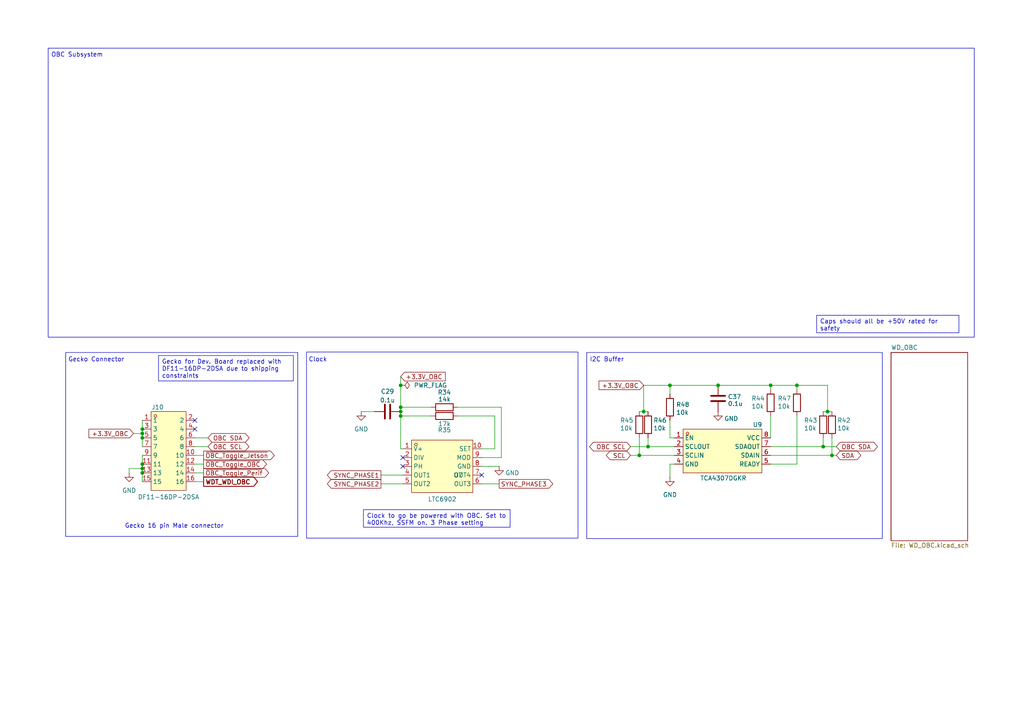
<source format=kicad_sch>
(kicad_sch (version 20250114) (generator "eeschema") (generator_version "9.0")
  (paper "A4")
  (lib_symbols
    (symbol "Device:C" (pin_numbers (hide yes)) (pin_names (offset 0.254))
      (property "Reference" "C" (at 0.635 2.54 0))
      (property "Value" "C" (at 0.635 -2.54 0))
      (symbol "C_0_1"
        (polyline (pts (xy -2.032 0.762) (xy 2.032 0.762)) (stroke (width 0.508)))
        (polyline (pts (xy -2.032 -0.762) (xy 2.032 -0.762)) (stroke (width 0.508)))
      )
      (symbol "C_1_1"
        (pin passive line (at 0 3.81 270) (length 2.794) (name "~") (number "1"))
        (pin passive line (at 0 -3.81 90) (length 2.794) (name "~") (number "2"))
      )
    )
    (symbol "Device:R" (pin_numbers (hide yes)) (pin_names (offset 0))
      (property "Reference" "R" (at 2.032 0 90))
      (property "Value" "R" (at 0 0 90))
      (symbol "R_0_1"
        (rectangle (start -1.016 -2.54) (end 1.016 2.54) (stroke (width 0.254)))
      )
      (symbol "R_1_1"
        (pin passive line (at 0 3.81 270) (length 1.27) (name "~") (number "1"))
        (pin passive line (at 0 -3.81 90) (length 1.27) (name "~") (number "2"))
      )
    )
    (symbol "EPS:DF11-16DP-2DSA(08)"
      (property "Reference" "CN" (at 0 13.97 0))
      (property "Value" "DF11-16DP-2DSA(08)" (at 0 -13.97 0))
      (symbol "DF11-16DP-2DSA(08)_0_1"
        (rectangle (start -5.08 11.43) (end 5.08 -11.43) (fill (type background)))
        (circle (center -3.81 10.16) (radius 0.38))
        (pin unspecified line (at -7.62 8.89 0) (length 2.54) (name "1") (number "1"))
        (pin unspecified line (at -7.62 6.35 0) (length 2.54) (name "3") (number "3"))
        (pin unspecified line (at -7.62 3.81 0) (length 2.54) (name "5") (number "5"))
        (pin unspecified line (at -7.62 1.27 0) (length 2.54) (name "7") (number "7"))
        (pin unspecified line (at -7.62 -1.27 0) (length 2.54) (name "9") (number "9"))
        (pin unspecified line (at -7.62 -3.81 0) (length 2.54) (name "11") (number "11"))
        (pin unspecified line (at -7.62 -6.35 0) (length 2.54) (name "13") (number "13"))
        (pin unspecified line (at -7.62 -8.89 0) (length 2.54) (name "15") (number "15"))
        (pin unspecified line (at 7.62 8.89 180) (length 2.54) (name "2") (number "2"))
        (pin unspecified line (at 7.62 6.35 180) (length 2.54) (name "4") (number "4"))
        (pin unspecified line (at 7.62 3.81 180) (length 2.54) (name "6") (number "6"))
        (pin unspecified line (at 7.62 1.27 180) (length 2.54) (name "8") (number "8"))
        (pin unspecified line (at 7.62 -1.27 180) (length 2.54) (name "10") (number "10"))
        (pin unspecified line (at 7.62 -3.81 180) (length 2.54) (name "12") (number "12"))
        (pin unspecified line (at 7.62 -6.35 180) (length 2.54) (name "14") (number "14"))
        (pin unspecified line (at 7.62 -8.89 180) (length 2.54) (name "16") (number "16"))
      )
    )
    (symbol "EPS:LTC6902IMS#TRPBF"
      (property "Reference" "U" (at 0 10.16 0))
      (property "Value" "LTC6902IMS#TRPBF" (at 0 -10.16 0))
      (symbol "LTC6902IMS#TRPBF_0_1"
        (rectangle (start -8.89 7.62) (end 8.89 -7.62) (fill (type background)))
        (circle (center -7.62 6.35) (radius 0.38))
        (pin unspecified line (at -11.43 5.08 0) (length 2.54) (name "V+") (number "1"))
        (pin unspecified line (at -11.43 2.54 0) (length 2.54) (name "DIV") (number "2"))
        (pin unspecified line (at -11.43 0 0) (length 2.54) (name "PH") (number "3"))
        (pin unspecified line (at -11.43 -2.54 0) (length 2.54) (name "OUT1") (number "4"))
        (pin unspecified line (at -11.43 -5.08 0) (length 2.54) (name "OUT2") (number "5"))
        (pin unspecified line (at 11.43 5.08 180) (length 2.54) (name "SET") (number "10"))
        (pin unspecified line (at 11.43 2.54 180) (length 2.54) (name "MOD") (number "9"))
        (pin unspecified line (at 11.43 0 180) (length 2.54) (name "GND") (number "8"))
        (pin unspecified line (at 11.43 -2.54 180) (length 2.54) (name "OUT4") (number "7"))
        (pin unspecified line (at 11.43 -5.08 180) (length 2.54) (name "OUT3") (number "6"))
      )
    )
    (symbol "EPS:TCA4307DGKR"
      (property "Reference" "U" (at 0 8.89 0))
      (property "Value" "TCA4307DGKR" (at 0 -8.89 0))
      (symbol "TCA4307DGKR_0_1"
        (rectangle (start -11.43 6.35) (end 11.43 -6.35) (fill (type background)))
        (circle (center -10.16 5.08) (radius 0.38))
        (pin unspecified line (at -13.97 3.81 0) (length 2.54) (name "EN") (number "1"))
        (pin unspecified line (at -13.97 1.27 0) (length 2.54) (name "SCLOUT") (number "2"))
        (pin unspecified line (at -13.97 -1.27 0) (length 2.54) (name "SCLIN") (number "3"))
        (pin unspecified line (at -13.97 -3.81 0) (length 2.54) (name "GND") (number "4"))
        (pin unspecified line (at 13.97 3.81 180) (length 2.54) (name "VCC") (number "8"))
        (pin unspecified line (at 13.97 1.27 180) (length 2.54) (name "SDAOUT") (number "7"))
        (pin unspecified line (at 13.97 -1.27 180) (length 2.54) (name "SDAIN") (number "6"))
        (pin unspecified line (at 13.97 -3.81 180) (length 2.54) (name "READY") (number "5"))
      )
    )
    (symbol "power:GND" (power) (pin_numbers (hide yes)) (pin_names (offset 0) (hide yes))
      (property "Value" "GND" (at 0 -3.81 0))
      (symbol "GND_0_1"
        (polyline (pts (xy 0 0) (xy 0 -1.27) (xy 1.27 -1.27) (xy 0 -2.54) (xy -1.27 -1.27) (xy 0 -1.27)))
      )
      (symbol "GND_1_1"
        (pin power_in line (at 0 0 270) (length 0) (name "~") (number "1"))
      )
    )
    (symbol "power:PWR_FLAG" (power) (pin_numbers (hide yes)) (pin_names (offset 0) (hide yes))
      (property "Value" "PWR_FLAG" (at 0 3.81 0))
      (symbol "PWR_FLAG_0_0"
        (pin power_out line (at 0 0 90) (length 0) (name "~") (number "1"))
      )
      (symbol "PWR_FLAG_0_1"
        (polyline (pts (xy 0 0) (xy 0 1.27) (xy -1.016 1.905) (xy 0 2.54) (xy 1.016 1.905) (xy 0 1.27)))
      )
    )
  )
  (rectangle (start 13.97 13.97) (end 282.575 97.79))
  (rectangle (start 88.9 102.108) (end 167.64 156.083))
  (rectangle (start 170.18 102.235) (end 255.905 156.21))
  (rectangle (start 19.05 102.235) (end 86.36 155.575))
  (text "Clock\n" (at 92.202 104.394 0) (effects (font (size 1.27 1.27))))
  (text "OBC Subsystem" (at 22.352 16.002 0) (effects (font (size 1.27 1.27))))
  (text "I2C Buffer" (at 176.022 104.394 0) (effects (font (size 1.27 1.27))))
  (text "Gecko Connector" (at 27.94 104.394 0) (effects (font (size 1.27 1.27))))
  (text "Gecko 16 pin Male connector" (at 50.546 152.654 0) (effects (font (size 1.27 1.27))))
  (text_box "Caps should all be +50V rated for safety" (at 236.855 91.44 0) (size 41.275 5.08) (margins 0.9525 0.9525 0.9525 0.9525) (effects (font (size 1.27 1.27)) (justify left top)))
  (text_box "Gecko for Dev. Board replaced with DF11-16DP-2DSA due to shipping constraints" (at 45.974 103.124 0) (size 39.116 7.366) (margins 0.9525 0.9525 0.9525 0.9525) (effects (font (size 1.27 1.27)) (justify left top)))
  (text_box "Clock to go be powered with OBC. Set to 400Khz, SSFM on. 3 Phase setting" (at 105.41 147.828 0) (size 42.545 5.08) (margins 0.9525 0.9525 0.9525 0.9525) (effects (font (size 1.27 1.27)) (justify left top)))
  (junction (at 41.275 124.46))
  (junction (at 41.275 125.73))
  (junction (at 208.28 111.76))
  (junction (at 116.205 119.38))
  (junction (at 187.96 129.54))
  (junction (at 240.03 119.38))
  (junction (at 41.275 134.62))
  (junction (at 231.14 111.76))
  (junction (at 185.42 132.08))
  (junction (at 41.275 127))
  (junction (at 41.275 135.89))
  (junction (at 223.52 111.76))
  (junction (at 116.205 120.65))
  (junction (at 241.3 132.08))
  (junction (at 41.275 137.16))
  (junction (at 238.76 129.54))
  (junction (at 116.205 111.76))
  (junction (at 116.205 118.11))
  (junction (at 194.31 111.76))
  (junction (at 186.69 119.38))
  (no_connect (at 139.7 137.795))
  (no_connect (at 56.515 124.46))
  (no_connect (at 116.84 132.715))
  (no_connect (at 116.84 135.255))
  (no_connect (at 56.515 121.92))
  (wire (pts (xy 182.88 129.54) (xy 187.96 129.54)))
  (wire (pts (xy 240.03 111.76) (xy 240.03 119.38)))
  (wire (pts (xy 194.31 138.43) (xy 194.31 134.62)))
  (wire (pts (xy 56.515 134.62) (xy 59.055 134.62)))
  (wire (pts (xy 116.205 118.11) (xy 125.095 118.11)))
  (wire (pts (xy 41.275 134.62) (xy 41.275 135.89)))
  (wire (pts (xy 186.69 119.38) (xy 187.96 119.38)))
  (wire (pts (xy 132.715 120.65) (xy 143.51 120.65)))
  (wire (pts (xy 143.51 130.175) (xy 139.7 130.175)))
  (wire (pts (xy 144.78 135.255) (xy 139.7 135.255)))
  (wire (pts (xy 41.275 127) (xy 41.275 129.54)))
  (wire (pts (xy 116.205 120.65) (xy 116.205 119.38)))
  (wire (pts (xy 41.275 137.16) (xy 41.275 139.7)))
  (wire (pts (xy 37.465 135.89) (xy 41.275 135.89)))
  (wire (pts (xy 241.3 127) (xy 241.3 132.08)))
  (wire (pts (xy 194.31 111.76) (xy 208.28 111.76)))
  (wire (pts (xy 187.96 129.54) (xy 195.58 129.54)))
  (wire (pts (xy 56.515 137.16) (xy 59.055 137.16)))
  (wire (pts (xy 108.585 119.38) (xy 104.775 119.38)))
  (wire (pts (xy 194.31 121.92) (xy 194.31 127)))
  (wire (pts (xy 238.76 127) (xy 238.76 129.54)))
  (wire (pts (xy 185.42 132.08) (xy 195.58 132.08)))
  (wire (pts (xy 194.31 111.76) (xy 194.31 114.3)))
  (wire (pts (xy 110.49 140.335) (xy 116.84 140.335)))
  (wire (pts (xy 139.7 140.335) (xy 144.78 140.335)))
  (wire (pts (xy 145.415 118.11) (xy 145.415 132.715)))
  (wire (pts (xy 223.52 113.03) (xy 223.52 111.76)))
  (wire (pts (xy 194.31 134.62) (xy 195.58 134.62)))
  (wire (pts (xy 240.03 119.38) (xy 241.3 119.38)))
  (wire (pts (xy 185.42 119.38) (xy 186.69 119.38)))
  (wire (pts (xy 56.515 139.7) (xy 59.055 139.7)))
  (wire (pts (xy 195.58 127) (xy 194.31 127)))
  (wire (pts (xy 41.275 132.08) (xy 41.275 134.62)))
  (wire (pts (xy 116.205 111.76) (xy 116.205 118.11)))
  (wire (pts (xy 240.03 119.38) (xy 238.76 119.38)))
  (wire (pts (xy 116.205 120.65) (xy 116.205 130.175)))
  (wire (pts (xy 208.28 111.76) (xy 223.52 111.76)))
  (wire (pts (xy 231.14 120.65) (xy 231.14 134.62)))
  (wire (pts (xy 56.515 127) (xy 60.325 127)))
  (wire (pts (xy 223.52 134.62) (xy 231.14 134.62)))
  (wire (pts (xy 41.275 125.73) (xy 41.275 127)))
  (wire (pts (xy 223.52 111.76) (xy 231.14 111.76)))
  (wire (pts (xy 41.275 124.46) (xy 41.275 125.73)))
  (wire (pts (xy 56.515 132.08) (xy 59.055 132.08)))
  (wire (pts (xy 223.52 132.08) (xy 241.3 132.08)))
  (wire (pts (xy 182.88 132.08) (xy 185.42 132.08)))
  (wire (pts (xy 223.52 120.65) (xy 223.52 127)))
  (wire (pts (xy 132.715 118.11) (xy 145.415 118.11)))
  (wire (pts (xy 231.14 111.76) (xy 240.03 111.76)))
  (wire (pts (xy 145.415 132.715) (xy 139.7 132.715)))
  (wire (pts (xy 185.42 127) (xy 185.42 132.08)))
  (wire (pts (xy 56.515 129.54) (xy 60.325 129.54)))
  (wire (pts (xy 110.49 137.795) (xy 116.84 137.795)))
  (wire (pts (xy 38.735 125.73) (xy 41.275 125.73)))
  (wire (pts (xy 241.3 132.08) (xy 242.57 132.08)))
  (wire (pts (xy 223.52 129.54) (xy 238.76 129.54)))
  (wire (pts (xy 186.69 111.76) (xy 194.31 111.76)))
  (wire (pts (xy 231.14 111.76) (xy 231.14 113.03)))
  (wire (pts (xy 187.96 127) (xy 187.96 129.54)))
  (wire (pts (xy 186.69 111.76) (xy 186.69 119.38)))
  (wire (pts (xy 125.095 120.65) (xy 116.205 120.65)))
  (wire (pts (xy 37.465 137.16) (xy 37.465 135.89)))
  (wire (pts (xy 116.205 130.175) (xy 116.84 130.175)))
  (wire (pts (xy 116.205 119.38) (xy 116.205 118.11)))
  (wire (pts (xy 238.76 129.54) (xy 242.57 129.54)))
  (wire (pts (xy 41.275 121.92) (xy 41.275 124.46)))
  (wire (pts (xy 143.51 120.65) (xy 143.51 130.175)))
  (wire (pts (xy 41.275 135.89) (xy 41.275 137.16)))
  (wire (pts (xy 116.205 109.22) (xy 116.205 111.76)))
  (global_label "SCL" (shape bidirectional) (at 182.88 132.08 180) (property "Intersheetrefs" "${INTERSHEET_REFS}" (effects (hide yes))))
  (global_label "SYNC_PHASE1" (shape output) (at 110.49 137.795 180) (property "Intersheetrefs" "${INTERSHEET_REFS}" (effects (hide yes))))
  (global_label "~{OBC_Toggle_Jetson}" (shape output) (at 59.055 132.08 0) (property "Intersheetrefs" "${INTERSHEET_REFS}" (effects (hide yes))))
  (global_label "~{OBC_Toggle_OBC}" (shape output) (at 59.055 134.62 0) (property "Intersheetrefs" "${INTERSHEET_REFS}" (effects (hide yes))))
  (global_label "+3.3V_OBC" (shape input) (at 38.735 125.73 180) (property "Intersheetrefs" "${INTERSHEET_REFS}" (effects (hide yes))))
  (global_label "WDT_WDI_OBC" (shape output) (at 59.055 139.7 0) (effects (font (thickness 0.254) (bold yes))) (property "Intersheetrefs" "${INTERSHEET_REFS}" (effects (hide yes))))
  (global_label "SDA" (shape bidirectional) (at 242.57 132.08 0) (property "Intersheetrefs" "${INTERSHEET_REFS}" (effects (hide yes))))
  (global_label "OBC SCL" (shape bidirectional) (at 182.88 129.54 180) (property "Intersheetrefs" "${INTERSHEET_REFS}" (effects (hide yes))))
  (global_label "+3.3V_OBC" (shape input) (at 116.205 109.22 0) (property "Intersheetrefs" "${INTERSHEET_REFS}" (effects (hide yes))))
  (global_label "SYNC_PHASE2" (shape output) (at 110.49 140.335 180) (property "Intersheetrefs" "${INTERSHEET_REFS}" (effects (hide yes))))
  (global_label "+3.3V_OBC" (shape input) (at 186.69 111.76 180) (property "Intersheetrefs" "${INTERSHEET_REFS}" (effects (hide yes))))
  (global_label "SYNC_PHASE3" (shape output) (at 144.78 140.335 0) (property "Intersheetrefs" "${INTERSHEET_REFS}" (effects (hide yes))))
  (global_label "~{OBC_Toggle_Perif}" (shape output) (at 59.055 137.16 0) (property "Intersheetrefs" "${INTERSHEET_REFS}" (effects (hide yes))))
  (global_label "OBC SDA" (shape bidirectional) (at 60.325 127 0) (property "Intersheetrefs" "${INTERSHEET_REFS}" (effects (hide yes))))
  (global_label "OBC SDA" (shape bidirectional) (at 242.57 129.54 0) (property "Intersheetrefs" "${INTERSHEET_REFS}" (effects (hide yes))))
  (global_label "OBC SCL" (shape bidirectional) (at 60.325 129.54 0) (property "Intersheetrefs" "${INTERSHEET_REFS}" (effects (hide yes))))
  (symbol (lib_id "Device:R") (at 187.96 123.19 0) (unit 1)
    (property "Reference" "R46" (at 189.484 121.92 0) (effects (justify left)))
    (property "Value" "10k" (at 189.484 124.206 0) (effects (justify left)))
    (property "Footprint" "Resistor_SMD:R_0603_1608Metric" (effects (hide yes)))
    (property "Description" "Resistor" (effects (hide yes)))
  )
  (symbol (lib_id "EPS:TCA4307DGKR") (at 209.55 130.81 0) (unit 1)
    (property "Reference" "U9" (at 219.71 123.19 0))
    (property "Value" "TCA4307DGKR" (at 209.804 138.684 0))
    (property "Footprint" "EPS:VSSOP-8_L3.0-W3.0-P0.65-LS4.9-BL" (effects (hide yes)))
    (property "Datasheet" "https://www.ti.com/lit/ds/symlink/tca4307.pdf?HQS=dis-dk-null-digikeymode-dsf-pf-null-wwe&ts=1748374607055&ref_url=https%253A%252F%252Fwww.ti.com%252Fgeneral%252Fdocs%252Fsuppproductinfo.tsp%253FdistId%253D10%2526gotoUrl%253Dhttps%253A%252F%252Fwww.ti.com%252Flit%252Fgpn%252Ftca4307" (effects (hide yes)))
    (property "Description" "I2C Buffer" (effects (hide yes)))
    (property "LCSC Part" "C880333" (effects (hide yes)))
  )
  (symbol (lib_id "Device:R") (at 185.42 123.19 0) (unit 1)
    (property "Reference" "R45" (at 179.832 121.92 0) (effects (justify left)))
    (property "Value" "10k" (at 179.832 124.206 0) (effects (justify left)))
    (property "Footprint" "Resistor_SMD:R_0603_1608Metric" (effects (hide yes)))
    (property "Description" "Resistor" (effects (hide yes)))
  )
  (symbol (lib_id "Device:R") (at 241.3 123.19 0) (unit 1)
    (property "Reference" "R42" (at 242.824 121.92 0) (effects (justify left)))
    (property "Value" "10k" (at 242.824 124.206 0) (effects (justify left)))
    (property "Footprint" "Resistor_SMD:R_0603_1608Metric" (effects (hide yes)))
    (property "Description" "Resistor" (effects (hide yes)))
  )
  (symbol (lib_id "Device:C") (at 112.395 119.38 90) (unit 1)
    (property "Reference" "C29" (at 112.395 113.538 90))
    (property "Value" "0.1u" (at 112.395 116.078 90))
    (property "Footprint" "Capacitor_SMD:C_1210_3225Metric" (effects (hide yes)))
    (property "Description" "Unpolarized capacitor" (effects (hide yes)))
    (property "LCSC" "C436244" (effects (hide yes)))
  )
  (symbol (lib_id "power:GND") (at 37.465 137.16 0) (unit 1)
    (property "Reference" "#PWR030" (effects (hide yes)))
    (property "Value" "GND" (at 37.465 142.24 0))
    (property "Description" "Power symbol creates a global label with name \"GND\" , ground" (effects (hide yes)))
  )
  (symbol (lib_id "power:GND") (at 194.31 138.43 0) (unit 1)
    (property "Reference" "#PWR028" (effects (hide yes)))
    (property "Value" "GND" (at 194.31 143.51 0))
    (property "Description" "Power symbol creates a global label with name \"GND\" , ground" (effects (hide yes)))
  )
  (symbol (lib_id "EPS:LTC6902IMS#TRPBF") (at 128.27 135.255 0) (unit 1)
    (property "Reference" "U7" (at 132.842 137.795 0))
    (property "Value" "LTC6902" (at 128.27 144.78 0))
    (property "Footprint" "EPS:MSOP-10_L3.0-W3.0-P0.50-LS5.0-BL" (effects (hide yes)))
    (property "Datasheet" "https://www.analog.com/media/en/technical-documentation/data-sheets/6902f.pdf" (effects (hide yes)))
    (property "Description" "Clock" (effects (hide yes)))
    (property "LCSC" "C581012" (effects (hide yes)))
    (property "LCSC Part" "C581014" (effects (hide yes)))
  )
  (symbol (lib_id "Device:R") (at 223.52 116.84 0) (unit 1)
    (property "Reference" "R44" (at 217.932 115.57 0) (effects (justify left)))
    (property "Value" "10k" (at 217.932 117.856 0) (effects (justify left)))
    (property "Footprint" "Resistor_SMD:R_0603_1608Metric" (effects (hide yes)))
    (property "Description" "Resistor" (effects (hide yes)))
  )
  (symbol (lib_id "power:GND") (at 104.775 119.38 0) (unit 1)
    (property "Reference" "#PWR041" (effects (hide yes)))
    (property "Value" "GND" (at 104.775 124.46 0))
    (property "Description" "Power symbol creates a global label with name \"GND\" , ground" (effects (hide yes)))
  )
  (symbol (lib_id "power:PWR_FLAG") (at 116.205 111.76 270) (unit 1)
    (property "Reference" "#FLG06" (effects (hide yes)))
    (property "Value" "PWR_FLAG" (at 120.015 111.7599 90) (effects (justify left)))
    (property "Description" "Special symbol for telling ERC where power comes from" (effects (hide yes)))
  )
  (symbol (lib_id "Device:R") (at 238.76 123.19 0) (unit 1)
    (property "Reference" "R43" (at 233.172 121.92 0) (effects (justify left)))
    (property "Value" "10k" (at 233.172 124.206 0) (effects (justify left)))
    (property "Footprint" "Resistor_SMD:R_0603_1608Metric" (effects (hide yes)))
    (property "Description" "Resistor" (effects (hide yes)))
  )
  (symbol (lib_id "EPS:DF11-16DP-2DSA(08)") (at 48.895 130.81 0) (unit 1)
    (property "Reference" "J10" (at 45.72 118.11 0))
    (property "Value" "DF11-16DP-2DSA" (at 48.895 144.145 0))
    (property "Footprint" "EPS:CONN-TH_DF11-16DP-2DSA-08" (effects (hide yes)))
    (property "Datasheet" "https://lcsc.com/product-detail/Wire-To-Board-Wire-To-Wire-Connector_HRS-Hirose-HRS-DF11-16DP-2DSA-08_C530981.html" (effects (hide yes)))
    (property "Description" "Replacement for Gecko Connector" (effects (hide yes)))
    (property "MANUFACTURER" "HARWIN" (effects (hide yes)))
    (property "LCSC Part" "C530981" (effects (hide yes)))
  )
  (symbol (lib_id "power:GND") (at 144.78 135.255 0) (unit 1)
    (property "Reference" "#PWR044" (effects (hide yes)))
    (property "Value" "GND" (at 148.59 137.16 0))
    (property "Description" "Power symbol creates a global label with name \"GND\" , ground" (effects (hide yes)))
  )
  (symbol (lib_id "Device:C") (at 208.28 115.57 0) (unit 1)
    (property "Reference" "C37" (at 211.074 115.062 0) (effects (justify left)))
    (property "Value" "0.1u" (at 211.074 117.094 0) (effects (justify left)))
    (property "Footprint" "Capacitor_SMD:C_1210_3225Metric" (effects (hide yes)))
    (property "Description" "Unpolarized capacitor" (effects (hide yes)))
  )
  (symbol (lib_id "Device:R") (at 128.905 120.65 270) (mirror x) (unit 1)
    (property "Reference" "R35" (at 128.905 124.714 90))
    (property "Value" "17k" (at 128.905 122.936 90))
    (property "Footprint" "Resistor_SMD:R_0603_1608Metric" (effects (hide yes)))
    (property "Description" "Resistor" (effects (hide yes)))
  )
  (symbol (lib_id "Device:R") (at 194.31 118.11 0) (unit 1)
    (property "Reference" "R48" (at 196.088 117.348 0) (effects (justify left)))
    (property "Value" "10k" (at 196.088 119.634 0) (effects (justify left)))
    (property "Footprint" "Resistor_SMD:R_0603_1608Metric" (effects (hide yes)))
    (property "Description" "Resistor" (effects (hide yes)))
  )
  (symbol (lib_id "Device:R") (at 231.14 116.84 0) (unit 1)
    (property "Reference" "R47" (at 225.552 115.57 0) (effects (justify left)))
    (property "Value" "10k" (at 225.552 117.856 0) (effects (justify left)))
    (property "Footprint" "Resistor_SMD:R_0603_1608Metric" (effects (hide yes)))
    (property "Description" "Resistor" (effects (hide yes)))
  )
  (symbol (lib_id "power:GND") (at 208.28 119.38 0) (unit 1)
    (property "Reference" "#PWR050" (effects (hide yes)))
    (property "Value" "GND" (at 212.09 121.412 0))
    (property "Description" "Power symbol creates a global label with name \"GND\" , ground" (effects (hide yes)))
  )
  (symbol (lib_id "Device:R") (at 128.905 118.11 270) (unit 1)
    (property "Reference" "R34" (at 128.905 113.792 90))
    (property "Value" "14k" (at 128.905 115.824 90))
    (property "Footprint" "Resistor_SMD:R_0603_1608Metric" (effects (hide yes)))
    (property "Description" "Resistor" (effects (hide yes)))
  )
  (sheet (at 258.445 102.235) (size 22.225 54.61) (stroke (width 0.1524))
    (property "Sheetname" "WD_OBC" (at 258.445 101.5234 0) (effects (justify left bottom)))
    (property "Sheetfile" "WD_OBC.kicad_sch" (at 258.445 157.4296 0) (effects (justify left top)))
  )
)
</source>
